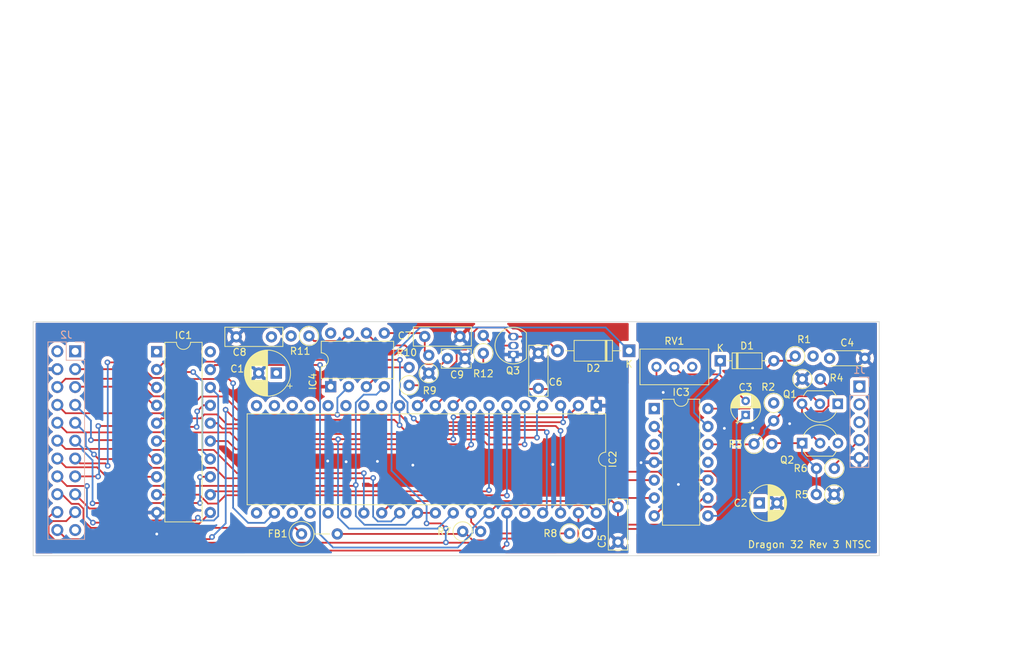
<source format=kicad_pcb>
(kicad_pcb (version 20221018) (generator pcbnew)
  (layers (0 "F.Cu" signal) (1 "In1.Cu" signal) (2 "In2.Cu" signal) (31 "B.Cu" signal) (34 "B.Paste" user) (35 "F.Paste" user) (36 "B.SilkS" user "B.Silkscreen") (37 "F.SilkS" user "F.Silkscreen") (38 "B.Mask" user) (39 "F.Mask" user) (44 "Edge.Cuts" user))
  (net 0 "")
  (net 1 "+5V")
  (net 2 "GND")
  (net 3 "/D0")
  (net 4 "DO0")
  (net 5 "DO1")
  (net 6 "/D1")
  (net 7 "/D2")
  (net 8 "DO2")
  (net 9 "DO3")
  (net 10 "/D3")
  (net 11 "~{RAS0}")
  (net 12 "/D4")
  (net 13 "DO4")
  (net 14 "DO5")
  (net 15 "/D5")
  (net 16 "/D6")
  (net 17 "DO6")
  (net 18 "DO7")
  (net 19 "/D7")
  (net 20 "CHB")
  (net 21 "phiB")
  (net 22 "phiA")
  (net 23 "~{FS}")
  (net 32 "DA0")
  (net 37 "GM2")
  (net 38 "LUM")
  (net 39 "GM1")
  (net 40 "GM0")
  (net 41 "VCLK")
  (net 42 "~{A}{slash}G")
  (net 44 "~{HS}")
  (net 45 "CSS")
  (net 48 "Net-(IC3-ChrIn)")
  (net 49 "VID OUT")
  (net 50 "BIAS")
  (net 52 "-5V")
  (net 53 "Net-(IC3-ChrMod)")
  (net 54 "Net-(C3-Pad2)")
  (net 55 "Net-(D1-K)")
  (net 56 "Net-(D1-A)")
  (net 57 "Composite")
  (net 58 "Net-(Q1-C)")
  (net 59 "Net-(Q2-E)")
  (net 60 "Net-(IC2-CLK)")
  (net 62 "Net-(IC3-OSC)")
  (net 63 "Net-(J2-Pin_18)")
  (net 65 "Net-(IC4-CV)")
  (net 66 "Net-(IC4-DIS)")
  (net 67 "Net-(D2-A)")
  (net 68 "Net-(IC4-Q)")
  (net 69 "Net-(Q3-C)")
  (footprint "Capacitor_THT:C_Rect_L4.0mm_W2.5mm_P2.50mm" (layer "F.Cu") (at 140.1718 104.648)
    (fp_text reference "C9")
    (fp_text value ".001uF")
  )
  (footprint "Diode_THT:D_DO-35_SOD27_P7.62mm_Horizontal" (layer "F.Cu") (at 178.9176 104.9782)
    (fp_text reference "D1")
    (fp_text value "1N3064")
  )
  (footprint "Resistor_THT:R_Axial_DIN0207_L6.3mm_D2.5mm_P2.54mm_Vertical" (layer "F.Cu") (at 195.101 123.9774 180)
    (fp_text reference "R5")
    (fp_text value "470R")
  )
  (footprint "Package_DIP:DIP-14_W7.62mm" (layer "F.Cu") (at 169.545 111.7804)
    (fp_text reference "IC3")
    (fp_text value "MC1372")
  )
  (footprint "Resistor_THT:R_Axial_DIN0207_L6.3mm_D2.5mm_P2.54mm_Vertical" (layer "F.Cu") (at 145.2626 103.9114 90)
    (fp_text reference "R12")
    (fp_text value "1K")
  )
  (footprint "Package_DIP:DIP-8_W7.62mm" (layer "F.Cu") (at 123.581 108.6612 90)
    (fp_text reference "IC4")
    (fp_text value "NE555P")
  )
  (footprint "Resistor_THT:R_Axial_DIN0207_L6.3mm_D2.5mm_P2.54mm_Vertical" (layer "F.Cu") (at 120.5012 101.4476 180)
    (fp_text reference "R11")
    (fp_text value "9.1k")
  )
  (footprint "Capacitor_THT:CP_Radial_D6.3mm_P2.50mm" (layer "F.Cu") (at 115.86338 106.7308 180)
    (fp_text reference "C1")
    (fp_text value "100uF")
  )
  (footprint "Package_TO_SOT_THT:TO-92_Inline" (layer "F.Cu") (at 149.5298 104.0892 90)
    (fp_text reference "Q3")
    (fp_text value "2N3904")
  )
  (footprint "Package_TO_SOT_THT:TO-92_Inline_Wide" (layer "F.Cu") (at 190.5508 116.6876)
    (fp_text reference "Q2")
    (fp_text value "2N4401")
  )
  (footprint "Resistor_THT:R_Axial_DIN0207_L6.3mm_D2.5mm_P2.54mm_Vertical" (layer "F.Cu") (at 189.5602 104.3178)
    (fp_text reference "R1")
    (fp_text value "360R")
  )
  (footprint "Capacitor_THT:CP_Radial_D4.0mm_P2.00mm" (layer "F.Cu") (at 182.5244 112.6818 90)
    (fp_text reference "C3")
    (fp_text value "0.1uF")
  )
  (footprint "Capacitor_THT:C_Disc_D8.0mm_W2.5mm_P5.00mm" (layer "F.Cu") (at 110.1744 101.5746)
    (fp_text reference "C8")
    (fp_text value ".022uF")
  )
  (footprint "Resistor_THT:R_Axial_DIN0207_L6.3mm_D2.5mm_P2.54mm_Vertical" (layer "F.Cu") (at 190.5762 107.569)
    (fp_text reference "R4")
    (fp_text value "3K3")
  )
  (footprint "Package_TO_SOT_THT:TO-92_Inline_Wide" (layer "F.Cu") (at 195.6054 111.0952 180)
    (fp_text reference "Q1")
    (fp_text value "2N4403")
  )
  (footprint "Resistor_THT:R_Axial_DIN0207_L6.3mm_D2.5mm_P2.54mm_Vertical" (layer "F.Cu") (at 195.1264 120.269 180)
    (fp_text reference "R6")
    (fp_text value "75R")
  )
  (footprint "Capacitor_THT:C_Rect_L7.0mm_W2.5mm_P5.00mm" (layer "F.Cu") (at 153.0858 103.9006 -90)
    (fp_text reference "C6")
    (fp_text value "0.1uF")
  )
  (footprint "Resistor_THT:R_Axial_DIN0207_L6.3mm_D2.5mm_P2.54mm_Vertical" (layer "F.Cu") (at 157.5272 129.5146)
    (fp_text reference "R8")
    (fp_text value "10k")
  )
  (footprint "Resistor_THT:R_Axial_DIN0207_L6.3mm_D2.5mm_P2.54mm_Vertical" (layer "F.Cu") (at 134.7216 108.4616 90)
    (fp_text reference "R10")
    (fp_text value "4.7K")
  )
  (footprint "Resistor_THT:R_Axial_DIN0207_L6.3mm_D2.5mm_P2.54mm_Vertical" (layer "F.Cu") (at 186.5122 110.969 -90)
    (fp_text reference "R2")
    (fp_text value "560R")
  )
  (footprint "Capacitor_THT:C_Disc_D4.3mm_W1.9mm_P5.00mm" (layer "F.Cu") (at 194.4516 104.6226)
    (fp_text reference "C4")
    (fp_text value "100nF")
  )
  (footprint "Capacitor_THT:C_Disc_D8.0mm_W2.5mm_P5.00mm" (layer "F.Cu") (at 136.946 101.5238)
    (fp_text reference "C7")
    (fp_text value ".022uF")
  )
  (footprint "Capacitor_THT:CP_Radial_D5.0mm_P2.50mm" (layer "F.Cu") (at 184.4648 125.1966)
    (fp_text reference "C2")
    (fp_text value "10uF")
  )
  (footprint "Resistor_THT:R_Axial_DIN0207_L6.3mm_D2.5mm_P2.54mm_Vertical" (layer "F.Cu") (at 142.338 129.2352)
    (fp_text reference "R7")
    (fp_text value "150R")
  )
  (footprint "Inductor_THT:L_Axial_L7.0mm_D3.3mm_P5.08mm_Vertical_Fastron_MICC" (layer "F.Cu") (at 119.4444 129.5908)
    (fp_text reference "FB1")
    (fp_text value "?uH")
  )
  (footprint "Diode_THT:D_A-405_P10.16mm_Horizontal" (layer "F.Cu") (at 165.9636 103.5558 180)
    (fp_text reference "D2")
    (fp_text value "1KF20-04")
  )
  (footprint "Potentiometer_THT:Potentiometer_Bourns_3296W_Vertical" (layer "F.Cu") (at 174.9398 105.8418)
    (fp_text reference "RV1")
    (fp_text value "1K")
  )
  (footprint "Capacitor_THT:C_Rect_L7.0mm_W2.5mm_P5.00mm" (layer "F.Cu") (at 164.3888 130.7554 90)
    (fp_text reference "C5")
    (fp_text value "150pF")
  )
  (footprint "Package_DIP:DIP-40_W15.24mm" (layer "F.Cu") (at 161.3154 111.3613 -90)
    (fp_text reference "IC2")
    (fp_text value "MC6847")
  )
  (footprint "Resistor_THT:R_Axial_DIN0207_L6.3mm_D2.5mm_P2.54mm_Vertical" (layer "F.Cu") (at 137.5156 106.7344 90)
    (fp_text reference "R9")
    (fp_text value "2.2K")
  )
  (footprint "Resistor_THT:R_Axial_DIN0207_L6.3mm_D2.5mm_P2.54mm_Vertical" (layer "F.Cu") (at 183.7146 116.7892)
    (fp_text reference "R3")
    (fp_text value "3K9")
  )
  (footprint "Package_DIP:DIP-20_W7.62mm" (layer "F.Cu") (at 98.8668 103.6878)
    (fp_text reference "IC1")
    (fp_text value "74LS273N")
  )
  (footprint "Connector_PinHeader_2.54mm:PinHeader_1x05_P2.54mm_Vertical" (layer "B.Cu") (at 198.6788 108.6358 180)
    (fp_text reference "J1")
    (fp_text value "Video Output")
  )
  (footprint "Connector_PinHeader_2.54mm:PinHeader_2x11_P2.54mm_Vertical" (layer "B.Cu") (at 87.2998 103.632 180)
    (fp_text reference "J2")
    (fp_text value "Board Interconnect Male")
  )
  (gr_line (start 201.4982 132.6896) (end 201.4982 99.4156) (stroke (width 0.1)) (layer "Edge.Cuts"))
  (gr_line (start 201.4982 99.4156) (end 81.3308 99.4156) (stroke (width 0.1)) (layer "Edge.Cuts"))
  (gr_line (start 81.3308 99.4156) (end 81.3308 132.6896) (stroke (width 0.1)) (layer "Edge.Cuts"))
  (gr_line (start 81.3308 132.6896) (end 201.4982 132.6896) (stroke (width 0.1)) (layer "Edge.Cuts"))
  (gr_text "Dragon 32 Rev 3 NTSC" (at 182.753 131.6736) (layer "F.SilkS") (effects (font (size 1 1)) (justify left bottom)))
  (segment (start 164.3888 130.7554) (end 164.545 130.9116) (width 0.5) (layer "F.Cu") (net 2))
  (via (at 172.974 122.555) (size 0.8) (drill 0.4) (layers "F.Cu" "B.Cu") (net 2))
  (via (at 155.1432 119.7102) (size 0.8) (drill 0.4) (layers "F.Cu" "B.Cu") (net 2))
  (via (at 188.7728 113.919) (size 0.8) (drill 0.4) (layers "F.Cu" "B.Cu") (net 2))
  (via (at 170.815 109.474) (size 0.8) (drill 0.4) (layers "F.Cu" "B.Cu") (net 2))
  (via (at 123.1646 119.2276) (size 0.8) (drill 0.4) (layers "F.Cu" "B.Cu") (net 2))
  (via (at 135.255 119.8118) (size 0.8) (drill 0.4) (layers "F.Cu" "B.Cu") (net 2))
  (via (at 183.515 114.5286) (size 0.8) (drill 0.4) (layers "F.Cu" "B.Cu") (net 2))
  (via (at 98.8822 129.6029) (size 0.8) (drill 0.4) (layers "F.Cu" "B.Cu") (net 2))
  (via (at 167.6654 119.4562) (size 0.8) (drill 0.4) (layers "F.Cu" "B.Cu") (net 2))
  (via (at 179.5018 114.5794) (size 0.8) (drill 0.4) (layers "F.Cu" "B.Cu") (net 2))
  (via (at 130.2258 119.2784) (size 0.8) (drill 0.4) (layers "F.Cu" "B.Cu") (net 2))
  (via (at 125.7808 119.3292) (size 0.8) (drill 0.4) (layers "F.Cu" "B.Cu") (net 2))
  (segment (start 83.3374 106.172) (end 84.7598 106.172) (width 0.5) (layer "B.Cu") (net 2))
  (segment (start 98.8822 129.6029) (end 89.8277 129.6029) (width 0.5) (layer "B.Cu") (net 2))
  (segment (start 98.8668 127.9752) (end 98.8668 126.5478) (width 0.5) (layer "B.Cu") (net 2))
  (segment (start 82.931 129.8448) (end 82.931 106.5784) (width 0.5) (layer "B.Cu") (net 2))
  (segment (start 98.8822 127.9906) (end 98.8668 127.9752) (width 0.5) (layer "B.Cu") (net 2))
  (segment (start 89.8277 129.6029) (end 88.519 130.9116) (width 0.5) (layer "B.Cu") (net 2))
  (segment (start 82.931 106.5784) (end 83.3374 106.172) (width 0.5) (layer "B.Cu") (net 2))
  (segment (start 98.8822 129.6029) (end 98.8822 127.9906) (width 0.5) (layer "B.Cu") (net 2))
  (segment (start 88.519 130.9116) (end 83.9978 130.9116) (width 0.5) (layer "B.Cu") (net 2))
  (segment (start 83.9978 130.9116) (end 82.931 129.8448) (width 0.5) (layer "B.Cu") (net 2))
  (segment (start 107.4674 104.8512) (end 107.188 105.1306) (width 0.25) (layer "F.Cu") (net 3))
  (segment (start 99.9918 105.1028) (end 98.8668 106.2278) (width 0.25) (layer "F.Cu") (net 3))
  (segment (start 133.4262 104.8512) (end 107.4674 104.8512) (width 0.25) (layer "F.Cu") (net 3))
  (segment (start 156.596 113.7164) (end 135.9083 113.7164) (width 0.25) (layer "F.Cu") (net 3))
  (segment (start 107.188 105.1306) (end 107.1602 105.1028) (width 0.25) (layer "F.Cu") (net 3))
  (segment (start 107.1602 105.1028) (end 99.9918 105.1028) (width 0.25) (layer "F.Cu") (net 3))
  (segment (start 135.9083 113.7164) (end 135.382 113.1901) (width 0.25) (layer "F.Cu") (net 3))
  (via (at 156.596 113.7164) (size 0.8) (drill 0.4) (layers "F.Cu" "B.Cu") (net 3))
  (via (at 133.4262 104.8512) (size 0.8) (drill 0.4) (layers "F.Cu" "B.Cu") (net 3))
  (via (at 135.382 113.1824) (size 0.8) (drill 0.4) (layers "F.Cu" "B.Cu") (net 3))
  (segment (start 134.5004 112.3008) (end 135.382 113.1824) (width 0.25) (layer "B.Cu") (net 3))
  (segment (start 134.5004 110.895309) (end 134.5004 112.3008) (width 0.25) (layer "B.Cu") (net 3))
  (segment (start 156.596 111.7219) (end 156.2354 111.3613) (width 0.25) (layer "B.Cu") (net 3))
  (segment (start 133.4262 104.8512) (end 133.4262 109.821109) (width 0.25) (layer "B.Cu") (net 3))
  (segment (start 156.596 113.7164) (end 156.596 111.7219) (width 0.25) (layer "B.Cu") (net 3))
  (segment (start 133.4262 109.821109) (end 134.5004 110.895309) (width 0.25) (layer "B.Cu") (net 3))
  (segment (start 98.3792 108.7678) (end 98.8668 108.7678) (width 0.25) (layer "F.Cu") (net 4))
  (segment (start 87.2998 106.172) (end 95.7834 106.172) (width 0.25) (layer "F.Cu") (net 4))
  (segment (start 95.7834 106.172) (end 98.3792 108.7678) (width 0.25) (layer "F.Cu") (net 4))
  (segment (start 87.3506 108.6612) (end 87.2998 108.712) (width 0.25) (layer "F.Cu") (net 5))
  (segment (start 95.8342 108.6612) (end 87.3506 108.6612) (width 0.25) (layer "F.Cu") (net 5))
  (segment (start 98.4808 111.3078) (end 95.8342 108.6612) (width 0.25) (layer "F.Cu") (net 5))
  (segment (start 98.8668 111.3078) (end 98.4808 111.3078) (width 0.25) (layer "F.Cu") (net 5))
  (segment (start 145.7314 115.3784) (end 112.4828 115.3784) (width 0.25) (layer "F.Cu") (net 6))
  (segment (start 99.5576 113.157) (end 98.8668 113.8478) (width 0.25) (layer "F.Cu") (net 6))
  (segment (start 152.8876 115.904076) (end 146.257076 115.904076) (width 0.25) (layer "F.Cu") (net 6))
  (segment (start 105.664 112.5982) (end 105.1052 113.157) (width 0.25) (layer "F.Cu") (net 6))
  (segment (start 107.4166 112.5982) (end 105.664 112.5982) (width 0.25) (layer "F.Cu") (net 6))
  (segment (start 146.257076 115.904076) (end 145.7314 115.3784) (width 0.25) (layer "F.Cu") (net 6))
  (segment (start 105.1052 113.157) (end 99.5576 113.157) (width 0.25) (layer "F.Cu") (net 6))
  (segment (start 112.4828 115.3784) (end 111.0996 113.9952) (width 0.25) (layer "F.Cu") (net 6))
  (segment (start 108.8136 113.9952) (end 107.4166 112.5982) (width 0.25) (layer "F.Cu") (net 6))
  (segment (start 111.0996 113.9952) (end 108.8136 113.9952) (width 0.25) (layer "F.Cu") (net 6))
  (via (at 152.8876 115.904076) (size 0.8) (drill 0.4) (layers "F.Cu" "B.Cu") (net 6))
  (segment (start 153.6954 111.3613) (end 152.8876 112.1691) (width 0.25) (layer "B.Cu") (net 6))
  (segment (start 152.8876 112.1691) (end 152.8876 115.904076) (width 0.25) (layer "B.Cu") (net 6))
  (segment (start 109.2708 115.1636) (end 101.4984 115.1636) (width 0.25) (layer "F.Cu") (net 7))
  (segment (start 145.1102 116.1542) (end 142.6718 116.1542) (width 0.25) (layer "F.Cu") (net 7))
  (segment (start 145.8214 116.8654) (end 145.1102 116.1542) (width 0.25) (layer "F.Cu") (net 7))
  (segment (start 110.9544 116.8472) (end 109.2708 115.1636) (width 0.25) (layer "F.Cu") (net 7))
  (segment (start 142.6718 116.1542) (end 141.9788 116.8472) (width 0.25) (layer "F.Cu") (net 7))
  (segment (start 101.4984 115.1636) (end 100.2742 116.3878) (width 0.25) (layer "F.Cu") (net 7))
  (segment (start 141.9788 116.8472) (end 110.9544 116.8472) (width 0.25) (layer "F.Cu") (net 7))
  (segment (start 151.13 116.8654) (end 145.8214 116.8654) (width 0.25) (layer "F.Cu") (net 7))
  (segment (start 100.2742 116.3878) (end 98.8668 116.3878) (width 0.25) (layer "F.Cu") (net 7))
  (via (at 151.13 116.8654) (size 0.8) (drill 0.4) (layers "F.Cu" "B.Cu") (net 7))
  (segment (start 151.1554 116.84) (end 151.1554 111.3613) (width 0.25) (layer "B.Cu") (net 7))
  (segment (start 151.13 116.8654) (end 151.1554 116.84) (width 0.25) (layer "B.Cu") (net 7))
  (segment (start 98.8668 118.9278) (end 98.3538 118.9278) (width 0.25) (layer "F.Cu") (net 8))
  (segment (start 98.3538 118.9278) (end 95.6818 116.2558) (width 0.25) (layer "F.Cu") (net 8))
  (segment (start 95.6818 116.2558) (end 89.535 116.2558) (width 0.25) (layer "F.Cu") (net 8))
  (via (at 89.535 116.2558) (size 0.8) (drill 0.4) (layers "F.Cu" "B.Cu") (net 8))
  (segment (start 89.535 113.4872) (end 87.2998 111.252) (width 0.25) (layer "B.Cu") (net 8))
  (segment (start 89.535 116.2558) (end 89.535 113.4872) (width 0.25) (layer "B.Cu") (net 8))
  (segment (start 90.6272 118.9482) (end 94.6912 118.9482) (width 0.25) (layer "F.Cu") (net 9))
  (segment (start 89.9668 118.2878) (end 90.6272 118.9482) (width 0.25) (layer "F.Cu") (net 9))
  (segment (start 94.6912 118.9482) (end 97.2108 121.4678) (width 0.25) (layer "F.Cu") (net 9))
  (segment (start 97.2108 121.4678) (end 98.8668 121.4678) (width 0.25) (layer "F.Cu") (net 9))
  (via (at 89.9668 118.2878) (size 0.8) (drill 0.4) (layers "F.Cu" "B.Cu") (net 9))
  (segment (start 89.9668 118.2878) (end 88.81 117.131) (width 0.25) (layer "B.Cu") (net 9))
  (segment (start 88.81 117.131) (end 88.81 115.3022) (width 0.25) (layer "B.Cu") (net 9))
  (segment (start 88.81 115.3022) (end 87.2998 113.792) (width 0.25) (layer "B.Cu") (net 9))
  (segment (start 108.6474 124.0928) (end 148.5707 124.0928) (width 0.25) (layer "F.Cu") (net 10))
  (segment (start 98.8668 124.0078) (end 104.895809 124.0078) (width 0.25) (layer "F.Cu") (net 10))
  (segment (start 106.160809 125.2728) (end 107.4674 125.2728) (width 0.25) (layer "F.Cu") (net 10))
  (segment (start 104.895809 124.0078) (end 106.160809 125.2728) (width 0.25) (layer "F.Cu") (net 10))
  (segment (start 148.5707 124.0928) (end 148.6204 124.1425) (width 0.25) (layer "F.Cu") (net 10))
  (segment (start 107.4674 125.2728) (end 108.6474 124.0928) (width 0.25) (layer "F.Cu") (net 10))
  (via (at 148.6204 124.1425) (size 0.8) (drill 0.4) (layers "F.Cu" "B.Cu") (net 10))
  (segment (start 148.6154 111.3613) (end 148.6154 124.1375) (width 0.25) (layer "B.Cu") (net 10))
  (segment (start 148.6154 124.1375) (end 148.6204 124.1425) (width 0.25) (layer "B.Cu") (net 10))
  (segment (start 92.613705 127.986301) (end 92.752204 128.1248) (width 0.25) (layer "F.Cu") (net 11))
  (segment (start 86.1248 122.777) (end 84.7598 121.412) (width 0.25) (layer "F.Cu") (net 11))
  (segment (start 92.752204 128.1248) (end 104.9098 128.1248) (width 0.25) (layer "F.Cu") (net 11))
  (segment (start 88.9696 122.777) (end 86.1248 122.777) (width 0.25) (layer "F.Cu") (net 11))
  (segment (start 104.9098 128.1248) (end 106.4868 126.5478) (width 0.25) (layer "F.Cu") (net 11))
  (segment (start 89.818699 127.986301) (end 92.613705 127.986301) (width 0.25) (layer "F.Cu") (net 11))
  (via (at 89.818699 127.986301) (size 0.8) (drill 0.4) (layers "F.Cu" "B.Cu") (net 11))
  (via (at 88.9696 122.777) (size 0.8) (drill 0.4) (layers "F.Cu" "B.Cu") (net 11))
  (segment (start 89.818699 127.986301) (end 88.9696 127.137202) (width 0.25) (layer "B.Cu") (net 11))
  (segment (start 88.9696 127.137202) (end 88.9696 122.777) (width 0.25) (layer "B.Cu") (net 11))
  (segment (start 106.9606 123.534) (end 106.4868 124.0078) (width 0.25) (layer "F.Cu") (net 12))
  (segment (start 146.0754 123.3678) (end 145.9092 123.534) (width 0.25) (layer "F.Cu") (net 12))
  (segment (start 145.9092 123.534) (end 106.9606 123.534) (width 0.25) (layer "F.Cu") (net 12))
  (via (at 146.0754 123.3678) (size 0.8) (drill 0.4) (layers "F.Cu" "B.Cu") (net 12))
  (segment (start 146.0754 123.3678) (end 146.0754 111.3613) (width 0.25) (layer "B.Cu") (net 12))
  (segment (start 89.8144 125.1966) (end 89.7636 125.2474) (width 0.25) (layer "F.Cu") (net 13))
  (segment (start 106.4868 121.4678) (end 105.0748 121.4678) (width 0.25) (layer "F.Cu") (net 13))
  (segment (start 105.029 125.1966) (end 89.8144 125.1966) (width 0.25) (layer "F.Cu") (net 13))
  (segment (start 105.0748 121.4678) (end 105.029 121.5136) (width 0.25) (layer "F.Cu") (net 13))
  (via (at 89.7636 125.2474) (size 0.8) (drill 0.4) (layers "F.Cu" "B.Cu") (net 13))
  (via (at 105.029 125.1966) (size 0.8) (drill 0.4) (layers "F.Cu" "B.Cu") (net 13))
  (via (at 105.029 121.5136) (size 0.8) (drill 0.4) (layers "F.Cu" "B.Cu") (net 13))
  (segment (start 88.36 117.3922) (end 87.2998 116.332) (width 0.25) (layer "B.Cu") (net 13))
  (segment (start 89.7636 125.2474) (end 89.7636 119.126) (width 0.25) (layer "B.Cu") (net 13))
  (segment (start 89.7636 119.126) (end 88.36 117.7224) (width 0.25) (layer "B.Cu") (net 13))
  (segment (start 105.029 121.5136) (end 105.029 125.1966) (width 0.25) (layer "B.Cu") (net 13))
  (segment (start 88.36 117.7224) (end 88.36 117.3922) (width 0.25) (layer "B.Cu") (net 13))
  (segment (start 96.0882 105.2068) (end 98.298 107.4166) (width 0.25) (layer "F.Cu") (net 14))
  (segment (start 91.567 119.5578) (end 91.9226 119.9134) (width 0.25) (layer "F.Cu") (net 14))
  (segment (start 91.8718 105.2068) (end 96.0882 105.2068) (width 0.25) (layer "F.Cu") (net 14))
  (segment (start 87.2998 118.872) (end 87.9856 119.5578) (width 0.25) (layer "F.Cu") (net 14))
  (segment (start 99.6188 107.4166) (end 100.457 106.5784) (width 0.25) (layer "F.Cu") (net 14))
  (segment (start 87.9856 119.5578) (end 91.567 119.5578) (width 0.25) (layer "F.Cu") (net 14))
  (segment (start 98.298 107.4166) (end 99.6188 107.4166) (width 0.25) (layer "F.Cu") (net 14))
  (segment (start 100.457 106.5784) (end 104.0638 106.5784) (width 0.25) (layer "F.Cu") (net 14))
  (via (at 104.0638 106.5784) (size 0.8) (drill 0.4) (layers "F.Cu" "B.Cu") (net 14))
  (via (at 91.8718 105.2068) (size 0.8) (drill 0.4) (layers "F.Cu" "B.Cu") (net 14))
  (via (at 91.9226 119.9134) (size 0.8) (drill 0.4) (layers "F.Cu" "B.Cu") (net 14))
  (segment (start 105.3476 117.7886) (end 106.4868 118.9278) (width 0.25) (layer "B.Cu") (net 14))
  (segment (start 91.9226 119.9134) (end 91.9226 105.2576) (width 0.25) (layer "B.Cu") (net 14))
  (segment (start 91.9226 105.2576) (end 91.8718 105.2068) (width 0.25) (layer "B.Cu") (net 14))
  (segment (start 105.3476 107.8622) (end 105.3476 117.7886) (width 0.25) (layer "B.Cu") (net 14))
  (segment (start 104.0638 106.5784) (end 105.3476 107.8622) (width 0.25) (layer "B.Cu") (net 14))
  (segment (start 110.109 117.5512) (end 142.875 117.5512) (width 0.25) (layer "F.Cu") (net 15))
  (segment (start 142.875 117.5512) (end 143.5354 116.8908) (width 0.25) (layer "F.Cu") (net 15))
  (segment (start 108.9456 116.3878) (end 110.109 117.5512) (width 0.25) (layer "F.Cu") (net 15))
  (segment (start 106.4868 116.3878) (end 108.9456 116.3878) (width 0.25) (layer "F.Cu") (net 15))
  (via (at 143.5354 116.8908) (size 0.8) (drill 0.4) (layers "F.Cu" "B.Cu") (net 15))
  (segment (start 143.5354 111.3613) (end 143.5354 116.8908) (width 0.25) (layer "B.Cu") (net 15))
  (segment (start 141.0258 112.9919) (end 157.1448 112.9919) (width 0.25) (layer "F.Cu") (net 16))
  (segment (start 108.204 114.6048) (end 107.447 113.8478) (width 0.25) (layer "F.Cu") (net 16))
  (segment (start 107.447 113.8478) (end 106.4868 113.8478) (width 0.25) (layer "F.Cu") (net 16))
  (segment (start 110.2868 114.6048) (end 108.204 114.6048) (width 0.25) (layer "F.Cu") (net 16))
  (segment (start 124.6378 116.1222) (end 111.8042 116.1222) (width 0.25) (layer "F.Cu") (net 16))
  (segment (start 124.6378 116.1222) (end 140.9954 116.1222) (width 0.25) (layer "F.Cu") (net 16))
  (segment (start 157.1448 112.9919) (end 158.7754 111.3613) (width 0.25) (layer "F.Cu") (net 16))
  (segment (start 111.8042 116.1222) (end 110.2868 114.6048) (width 0.25) (layer "F.Cu") (net 16))
  (via (at 141.0258 112.9919) (size 0.8) (drill 0.4) (layers "F.Cu" "B.Cu") (net 16))
  (via (at 124.6378 116.1222) (size 0.8) (drill 0.4) (layers "F.Cu" "B.Cu") (net 16))
  (via (at 140.9954 116.1222) (size 0.8) (drill 0.4) (layers "F.Cu" "B.Cu") (net 16))
  (segment (start 124.6378 116.1222) (end 124.6304 116.1296) (width 0.25) (layer "B.Cu") (net 16))
  (segment (start 140.9954 113.0223) (end 141.0258 112.9919) (width 0.25) (layer "B.Cu") (net 16))
  (segment (start 124.6304 127.272) (end 126.1872 128.8288) (width 0.25) (layer "B.Cu") (net 16))
  (segment (start 126.1872 128.8288) (end 138.7679 128.8288) (width 0.25) (layer "B.Cu") (net 16))
  (segment (start 138.7679 128.8288) (end 140.9954 126.6013) (width 0.25) (layer "B.Cu") (net 16))
  (segment (start 140.9954 116.1222) (end 140.9954 113.0223) (width 0.25) (layer "B.Cu") (net 16))
  (segment (start 124.6304 116.1296) (end 124.6304 127.272) (width 0.25) (layer "B.Cu") (net 16))
  (segment (start 97.0788 114.2492) (end 97.9678 115.1382) (width 0.25) (layer "F.Cu") (net 17))
  (segment (start 100.713896 114.3762) (end 104.5464 114.3762) (width 0.25) (layer "F.Cu") (net 17))
  (segment (start 90.5256 121.412) (end 87.2998 121.412) (width 0.25) (layer "F.Cu") (net 17))
  (segment (start 90.5764 114.2492) (end 97.0788 114.2492) (width 0.25) (layer "F.Cu") (net 17))
  (segment (start 105.4812 111.3078) (end 104.6226 112.1664) (width 0.25) (layer "F.Cu") (net 17))
  (segment (start 106.4868 111.3078) (end 105.4812 111.3078) (width 0.25) (layer "F.Cu") (net 17))
  (segment (start 99.951896 115.1382) (end 100.713896 114.3762) (width 0.25) (layer "F.Cu") (net 17))
  (segment (start 90.551 121.4374) (end 90.5256 121.412) (width 0.25) (layer "F.Cu") (net 17))
  (segment (start 97.9678 115.1382) (end 99.951896 115.1382) (width 0.25) (layer "F.Cu") (net 17))
  (via (at 90.551 121.4374) (size 0.8) (drill 0.4) (layers "F.Cu" "B.Cu") (net 17))
  (via (at 90.5764 114.2492) (size 0.8) (drill 0.4) (layers "F.Cu" "B.Cu") (net 17))
  (via (at 104.5464 114.3762) (size 0.8) (drill 0.4) (layers "F.Cu" "B.Cu") (net 17))
  (via (at 104.6226 112.1664) (size 0.8) (drill 0.4) (layers "F.Cu" "B.Cu") (net 17))
  (segment (start 90.5764 114.2492) (end 90.6918 114.3646) (width 0.25) (layer "B.Cu") (net 17))
  (segment (start 104.6226 112.1664) (end 104.6226 114.3) (width 0.25) (layer "B.Cu") (net 17))
  (segment (start 104.6226 114.3) (end 104.5464 114.3762) (width 0.25) (layer "B.Cu") (net 17))
  (segment (start 90.6918 114.3646) (end 90.6918 121.2966) (width 0.25) (layer "B.Cu") (net 17))
  (segment (start 90.6918 121.2966) (end 90.551 121.4374) (width 0.25) (layer "B.Cu") (net 17))
  (segment (start 91.2506 125.9724) (end 89.3202 125.9724) (width 0.25) (layer "F.Cu") (net 18))
  (segment (start 104.337202 127.6728) (end 92.951 127.6728) (width 0.25) (layer "F.Cu") (net 18))
  (segment (start 92.951 127.6728) (end 91.2506 125.9724) (width 0.25) (layer "F.Cu") (net 18))
  (segment (start 89.3202 125.9724) (end 87.2998 123.952) (width 0.25) (layer "F.Cu") (net 18))
  (segment (start 104.727401 127.282601) (end 104.337202 127.6728) (width 0.25) (layer "F.Cu") (net 18))
  (via (at 104.727401 127.282601) (size 0.8) (drill 0.4) (layers "F.Cu" "B.Cu") (net 18))
  (segment (start 105.1176 127.6728) (end 104.727401 127.282601) (width 0.25) (layer "B.Cu") (net 18))
  (segment (start 106.9978 127.6728) (end 105.1176 127.6728) (width 0.25) (layer "B.Cu") (net 18))
  (segment (start 106.4868 108.7678) (end 107.6118 109.8928) (width 0.25) (layer "B.Cu") (net 18))
  (segment (start 107.6118 127.0588) (end 106.9978 127.6728) (width 0.25) (layer "B.Cu") (net 18))
  (segment (start 107.6118 109.8928) (end 107.6118 127.0588) (width 0.25) (layer "B.Cu") (net 18))
  (segment (start 160.1904 125.4763) (end 161.3154 126.6013) (width 0.25) (layer "F.Cu") (net 19))
  (segment (start 107.134 105.5806) (end 106.4868 106.2278) (width 0.25) (layer "F.Cu") (net 19))
  (segment (start 107.378796 105.5762) (end 107.374396 105.5806) (width 0.25) (layer "F.Cu") (net 19))
  (segment (start 122.0724 105.5762) (end 107.378796 105.5762) (width 0.25) (layer "F.Cu") (net 19))
  (segment (start 146.0754 126.6013) (end 147.2004 125.4763) (width 0.25) (layer "F.Cu") (net 19))
  (segment (start 147.2004 125.4763) (end 160.1904 125.4763) (width 0.25) (layer "F.Cu") (net 19))
  (segment (start 107.374396 105.5806) (end 107.134 105.5806) (width 0.25) (layer "F.Cu") (net 19))
  (via (at 122.0724 105.5762) (size 0.8) (drill 0.4) (layers "F.Cu" "B.Cu") (net 19))
  (segment (start 122.0724 105.5762) (end 122.0724 129.667) (width 0.25) (layer "B.Cu") (net 19))
  (segment (start 141.642991 131.5212) (end 143.753 129.411191) (width 0.25) (layer "B.Cu") (net 19))
  (segment (start 123.9266 131.5212) (end 141.642991 131.5212) (width 0.25) (layer "B.Cu") (net 19))
  (segment (start 143.753 128.7636) (end 145.9153 126.6013) (width 0.25) (layer "B.Cu") (net 19))
  (segment (start 145.9153 126.6013) (end 146.0754 126.6013) (width 0.25) (layer "B.Cu") (net 19))
  (segment (start 143.753 129.411191) (end 143.753 128.7636) (width 0.25) (layer "B.Cu") (net 19))
  (segment (start 122.0724 129.667) (end 123.9266 131.5212) (width 0.25) (layer "B.Cu") (net 19))
  (segment (start 169.545 124.4804) (end 164.5221 124.4804) (width 0.25) (layer "F.Cu") (net 20))
  (segment (start 164.1456 124.1039) (end 164.1456 110.7802) (width 0.25) (layer "F.Cu") (net 20))
  (segment (start 164.5221 124.4804) (end 164.1456 124.1039) (width 0.25) (layer "F.Cu") (net 20))
  (segment (start 162.353 108.9876) (end 143.3691 108.9876) (width 0.25) (layer "F.Cu") (net 20))
  (segment (start 143.3691 108.9876) (end 140.9954 111.3613) (width 0.25) (layer "F.Cu") (net 20))
  (segment (start 164.1456 110.7802) (end 162.353 108.9876) (width 0.25) (layer "F.Cu") (net 20))
  (segment (start 164.8706 121.589) (end 165.222 121.9404) (width 0.25) (layer "F.Cu") (net 21))
  (segment (start 138.4554 111.3613) (end 142.2731 107.5436) (width 0.25) (layer "F.Cu") (net 21))
  (segment (start 162.4838 107.5436) (end 164.8706 109.9304) (width 0.25) (layer "F.Cu") (net 21))
  (segment (start 142.2731 107.5436) (end 162.4838 107.5436) (width 0.25) (layer "F.Cu") (net 21))
  (segment (start 165.222 121.9404) (end 169.545 121.9404) (width 0.25) (layer "F.Cu") (net 21))
  (segment (start 164.8706 109.9304) (end 164.8706 121.589) (width 0.25) (layer "F.Cu") (net 21))
  (segment (start 170.9674 121.5898) (end 170.9674 125.598) (width 0.25) (layer "F.Cu") (net 22))
  (segment (start 170.1292 120.7516) (end 170.9674 121.5898) (width 0.25) (layer "F.Cu") (net 22))
  (segment (start 141.732 106.172) (end 162.7124 106.172) (width 0.25) (layer "F.Cu") (net 22))
  (segment (start 135.9154 111.3613) (end 137.4217 109.855) (width 0.25) (layer "F.Cu") (net 22))
  (segment (start 138.049 109.855) (end 141.732 106.172) (width 0.25) (layer "F.Cu") (net 22))
  (segment (start 137.4217 109.855) (end 138.049 109.855) (width 0.25) (layer "F.Cu") (net 22))
  (segment (start 165.6588 120.7516) (end 170.1292 120.7516) (width 0.25) (layer "F.Cu") (net 22))
  (segment (start 170.9674 125.598) (end 169.545 127.0204) (width 0.25) (layer "F.Cu") (net 22))
  (segment (start 162.7124 106.172) (end 165.5572 109.0168) (width 0.25) (layer "F.Cu") (net 22))
  (segment (start 145.2626 103.9114) (end 145.2626 106.172) (width 0.25) (layer "F.Cu") (net 22))
  (segment (start 165.5572 109.0168) (end 165.5572 120.65) (width 0.25) (layer "F.Cu") (net 22))
  (segment (start 165.5572 120.65) (end 165.6588 120.7516) (width 0.25) (layer "F.Cu") (net 22))
  (segment (start 154.2796 115.1382) (end 153.9494 114.808) (width 0.25) (layer "F.Cu") (net 23))
  (segment (start 106.7308 130.0285) (end 106.4319 130.3274) (width 0.25) (layer "F.Cu") (net 23))
  (segment (start 110.0969 113.3735) (end 108.6612 111.9378) (width 0.25) (layer "F.Cu") (net 23))
  (segment (start 86.0552 130.3274) (end 84.7598 129.032) (width 0.25) (layer "F.Cu") (net 23))
  (segment (start 132.622401 113.3735) (end 110.0969 113.3735) (width 0.25) (layer "F.Cu") (net 23))
  (segment (start 134.056901 114.808) (end 133.371101 114.1222) (width 0.25) (layer "F.Cu") (net 23))
  (segment (start 133.371101 114.1222) (end 132.622401 113.3735) (width 0.25) (layer "F.Cu") (net 23))
  (segment (start 106.4319 130.3274) (end 86.0552 130.3274) (width 0.25) (layer "F.Cu") (net 23))
  (segment (start 153.9494 114.808) (end 134.056901 114.808) (width 0.25) (layer "F.Cu") (net 23))
  (via (at 108.6612 111.9378) (size 0.8) (drill 0.4) (layers "F.Cu" "B.Cu") (net 23))
  (via (at 154.2796 115.1382) (size 0.8) (drill 0.4) (layers "F.Cu" "B.Cu") (net 23))
  (via (at 133.371101 114.1222) (size 0.8) (drill 0.4) (layers "F.Cu" "B.Cu") (net 23))
  (via (at 106.7308 130.0285) (size 0.8) (drill 0.4) (layers "F.Cu" "B.Cu") (net 23))
  (segment (start 133.3754 114.117901) (end 133.3754 111.3613) (width 0.25) (layer "B.Cu") (net 23))
  (segment (start 108.678199 128.081101) (end 106.7308 130.0285) (width 0.25) (layer "B.Cu") (net 23))
  (segment (start 108.678199 111.954799) (end 108.678199 128.081101) (width 0.25) (layer "B.Cu") (net 23))
  (segment (start 133.371101 114.1222) (end 133.3754 114.117901) (width 0.25) (layer "B.Cu") (net 23))
  (segment (start 154.2796 115.1382) (end 154.2796 126.0171) (width 0.25) (layer "B.Cu") (net 23))
  (segment (start 154.2796 126.0171) (end 153.6954 126.6013) (width 0.25) (layer "B.Cu") (net 23))
  (segment (start 108.6612 111.9378) (end 108.678199 111.954799) (width 0.25) (layer "B.Cu") (net 23))
  (segment (start 85.9348 107.537) (end 84.7598 108.712) (width 0.25) (layer "F.Cu") (net 32))
  (segment (start 109.122646 107.569) (end 102.0958 107.569) (width 0.25) (layer "F.Cu") (net 32))
  (segment (start 99.568 110.0328) (end 98.3996 110.0328) (width 0.25) (layer "F.Cu") (net 32))
  (segment (start 102.0958 107.569) (end 102.0638 107.537) (width 0.25) (layer "F.Cu") (net 32))
  (segment (start 98.3996 110.0328) (end 95.9038 107.537) (width 0.25) (layer "F.Cu") (net 32))
  (segment (start 109.728 108.174354) (end 109.122646 107.569) (width 0.25) (layer "F.Cu") (net 32))
  (segment (start 102.0638 107.537) (end 99.568 110.0328) (width 0.25) (layer "F.Cu") (net 32))
  (segment (start 95.9038 107.537) (end 85.9348 107.537) (width 0.25) (layer "F.Cu") (net 32))
  (via (at 109.728 108.174354) (size 0.8) (drill 0.4) (layers "F.Cu" "B.Cu") (net 32))
  (segment (start 111.8616 128.016) (end 114.1807 128.016) (width 0.25) (layer "B.Cu") (net 32))
  (segment (start 114.1807 128.016) (end 115.5954 126.6013) (width 0.25) (layer "B.Cu") (net 32))
  (segment (start 109.728 125.8824) (end 111.8616 128.016) (width 0.25) (layer "B.Cu") (net 32))
  (segment (start 109.728 108.174354) (end 109.728 125.8824) (width 0.25) (layer "B.Cu") (net 32))
  (segment (start 128.2954 120.9548) (end 110.2868 120.9548) (width 0.25) (layer "F.Cu") (net 37))
  (segment (start 106.9848 117.6528) (end 98.0948 117.6528) (width 0.25) (layer "F.Cu") (net 37))
  (segment (start 95.599 115.157) (end 86.1248 115.157) (width 0.25) (layer "F.Cu") (net 37))
  (segment (start 110.2868 120.9548) (end 106.9848 117.6528) (width 0.25) (layer "F.Cu") (net 37))
  (segment (start 98.0948 117.6528) (end 95.599 115.157) (width 0.25) (layer "F.Cu") (net 37))
  (segment (start 86.1248 115.157) (end 84.7598 113.792) (width 0.25) (layer "F.Cu") (net 37))
  (via (at 128.2954 120.9548) (size 0.8) (drill 0.4) (layers "F.Cu" "B.Cu") (net 37))
  (segment (start 128.2954 120.9548) (end 128.2954 126.6013) (width 0.25) (layer "B.Cu") (net 37))
  (segment (start 130.8354 126.6013) (end 132.5195 124.9172) (width 0.25) (layer "F.Cu") (net 38))
  (segment (start 163.5506 124.9172) (end 164.3888 125.7554) (width 0.25) (layer "F.Cu") (net 38))
  (segment (start 172.72 128.27) (end 176.5096 124.4804) (width 0.25) (layer "F.Cu") (net 38))
  (segment (start 164.3888 125.7554) (end 164.3888 127.3556) (width 0.25) (layer "F.Cu") (net 38))
  (segment (start 164.3888 127.3556) (end 165.3032 128.27) (width 0.25) (layer "F.Cu") (net 38))
  (segment (start 176.5096 124.4804) (end 177.165 124.4804) (width 0.25) (layer "F.Cu") (net 38))
  (segment (start 165.3032 128.27) (end 172.72 128.27) (width 0.25) (layer "F.Cu") (net 38))
  (segment (start 132.5195 124.9172) (end 163.5506 124.9172) (width 0.25) (layer "F.Cu") (net 38))
  (segment (start 108.5734 121.6798) (end 107.0864 120.1928) (width 0.25) (layer "F.Cu") (net 39))
  (segment (start 107.0864 120.1928) (end 98.250809 120.1928) (width 0.25) (layer "F.Cu") (net 39))
  (segment (start 129.5703 121.6798) (end 108.5734 121.6798) (width 0.25) (layer "F.Cu") (net 39))
  (segment (start 129.6162 121.6339) (end 129.5703 121.6798) (width 0.25) (layer "F.Cu") (net 39))
  (segment (start 85.9348 117.507) (end 84.7598 116.332) (width 0.25) (layer "F.Cu") (net 39))
  (segment (start 98.250809 120.1928) (end 95.565009 117.507) (width 0.25) (layer "F.Cu") (net 39))
  (segment (start 95.565009 117.507) (end 85.9348 117.507) (width 0.25) (layer "F.Cu") (net 39))
  (via (at 129.6162 121.6339) (size 0.8) (drill 0.4) (layers "F.Cu" "B.Cu") (net 39))
  (segment (start 129.6162 121.6339) (end 129.6162 127.138946) (width 0.25) (layer "B.Cu") (net 39))
  (segment (start 129.6162 127.138946) (end 130.290054 127.8128) (width 0.25) (layer "B.Cu") (net 39))
  (segment (start 130.290054 127.8128) (end 132.1639 127.8128) (width 0.25) (layer "B.Cu") (net 39))
  (segment (start 132.1639 127.8128) (end 133.3754 126.6013) (width 0.25) (layer "B.Cu") (net 39))
  (segment (start 86.0044 120.1166) (end 84.7598 118.872) (width 0.25) (layer "F.Cu") (net 40))
  (segment (start 93.0402 122.7582) (end 90.3986 120.1166) (width 0.25) (layer "F.Cu") (net 40))
  (segment (start 135.9154 126.6013) (end 138.4554 126.6013) (width 0.25) (layer "F.Cu") (net 40))
  (segment (start 127.0254 122.7582) (end 93.0402 122.7582) (width 0.25) (layer "F.Cu") (net 40))
  (segment (start 90.3986 120.1166) (end 86.0044 120.1166) (width 0.25) (layer "F.Cu") (net 40))
  (segment (start 127.1524 122.6312) (end 127.0254 122.7582) (width 0.25) (layer "F.Cu") (net 40))
  (via (at 127.1524 122.6312) (size 0.8) (drill 0.4) (layers "F.Cu" "B.Cu") (net 40))
  (segment (start 128.398509 128.2954) (end 134.2213 128.2954) (width 0.25) (layer "B.Cu") (net 40))
  (segment (start 127.1524 122.6312) (end 127.1524 127.049291) (width 0.25) (layer "B.Cu") (net 40))
  (segment (start 128.279509 109.7862) (end 130.076 109.7862) (width 0.25) (layer "B.Cu") (net 40))
  (segment (start 127.1524 127.049291) (end 128.398509 128.2954) (width 0.25) (layer "B.Cu") (net 40))
  (segment (start 130.076 109.7862) (end 131.201 108.6612) (width 0.25) (layer "B.Cu") (net 40))
  (segment (start 134.2213 128.2954) (end 135.9154 126.6013) (width 0.25) (layer "B.Cu") (net 40))
  (segment (start 127.1524 122.6312) (end 127.1524 110.913309) (width 0.25) (layer "B.Cu") (net 40))
  (segment (start 127.1524 110.913309) (end 128.279509 109.7862) (width 0.25) (layer "B.Cu") (net 40))
  (segment (start 143.7604 130.5052) (end 146.304 130.5052) (width 0.25) (layer "F.Cu") (net 41))
  (segment (start 146.304 130.5052) (end 147.2946 129.5146) (width 0.25) (layer "F.Cu") (net 41))
  (segment (start 124.5244 129.5908) (end 142.846 129.5908) (width 0.25) (layer "F.Cu") (net 41))
  (segment (start 147.2946 129.5146) (end 157.5272 129.5146) (width 0.25) (layer "F.Cu") (net 41))
  (segment (start 142.846 129.5908) (end 143.7604 130.5052) (width 0.25) (layer "F.Cu") (net 41))
  (segment (start 82.804 129.9972) (end 82.804 127.9652) (width 0.25) (layer "F.Cu") (net 42))
  (segment (start 84.7598 131.953) (end 82.804 129.9972) (width 0.25) (layer "F.Cu") (net 42))
  (segment (start 148.59 131.0132) (end 147.6502 131.953) (width 0.25) (layer "F.Cu") (net 42))
  (segment (start 84.2772 126.492) (end 84.7598 126.492) (width 0.25) (layer "F.Cu") (net 42))
  (segment (start 82.804 127.9652) (end 84.2772 126.492) (width 0.25) (layer "F.Cu") (net 42))
  (segment (start 147.6502 131.953) (end 84.7598 131.953) (width 0.25) (layer "F.Cu") (net 42))
  (via (at 148.59 131.0132) (size 0.8) (drill 0.4) (layers "F.Cu" "B.Cu") (net 42))
  (segment (start 148.59 131.0132) (end 148.6154 130.9878) (width 0.25) (layer "B.Cu") (net 42))
  (segment (start 148.6154 130.9878) (end 148.6154 126.6013) (width 0.25) (layer "B.Cu") (net 42))
  (segment (start 124.5362 112.649) (end 111.0742 112.649) (width 0.25) (layer "F.Cu") (net 44))
  (segment (start 156.2354 114.935) (end 155.5496 114.2492) (width 0.25) (layer "F.Cu") (net 44))
  (segment (start 155.5496 114.2492) (end 135.001 114.2492) (width 0.25) (layer "F.Cu") (net 44))
  (segment (start 85.9406 112.4328) (end 84.7598 111.252) (width 0.25) (layer "F.Cu") (net 44))
  (segment (start 111.0742 112.649) (end 108.4834 110.0582) (width 0.25) (layer "F.Cu") (net 44))
  (segment (start 135.001 114.2492) (end 133.4008 112.649) (width 0.25) (layer "F.Cu") (net 44))
  (segment (start 105.1814 110.0582) (end 102.8068 112.4328) (width 0.25) (layer "F.Cu") (net 44))
  (segment (start 102.8068 112.4328) (end 85.9406 112.4328) (width 0.25) (layer "F.Cu") (net 44))
  (segment (start 133.4008 112.649) (end 124.5362 112.649) (width 0.25) (layer "F.Cu") (net 44))
  (segment (start 108.4834 110.0582) (end 105.1814 110.0582) (width 0.25) (layer "F.Cu") (net 44))
  (via (at 124.5362 112.649) (size 0.8) (drill 0.4) (layers "F.Cu" "B.Cu") (net 44))
  (via (at 156.2354 114.935) (size 0.8) (drill 0.4) (layers "F.Cu" "B.Cu") (net 44))
  (segment (start 126.121 108.6612) (end 124.5362 110.246) (width 0.25) (layer "B.Cu") (net 44))
  (segment (start 124.5362 110.246) (end 124.5362 112.649) (width 0.25) (layer "B.Cu") (net 44))
  (segment (start 156.2354 114.935) (end 156.2354 126.6013) (width 0.25) (layer "B.Cu") (net 44))
  (segment (start 137.2108 128.0922) (end 139.2174 128.0922) (width 0.25) (layer "F.Cu") (net 45))
  (segment (start 143.574004 130.9552) (end 147.2256 130.9552) (width 0.25) (layer "F.Cu") (net 45))
  (segment (start 86.0298 127.762) (end 84.0994 127.762) (width 0.25) (layer "F.Cu") (net 45))
  (segment (start 84.0994 127.762) (end 83.5152 128.3462) (width 0.25) (layer "F.Cu") (net 45))
  (segment (start 84.7852 130.8354) (end 143.454204 130.8354) (width 0.25) (layer "F.Cu") (net 45))
  (segment (start 83.5152 128.3462) (end 83.5152 129.5654) (width 0.25) (layer "F.Cu") (net 45))
  (segment (start 158.0388 130.9878) (end 158.7754 130.2512) (width 0.25) (layer "F.Cu") (net 45))
  (segment (start 150.148705 130.9878) (end 158.0388 130.9878) (width 0.25) (layer "F.Cu") (net 45))
  (segment (start 149.412105 130.2512) (end 150.148705 130.9878) (width 0.25) (layer "F.Cu") (net 45))
  (segment (start 143.454204 130.8354) (end 143.574004 130.9552) (width 0.25) (layer "F.Cu") (net 45))
  (segment (start 139.2174 128.0922) (end 139.9286 128.8034) (width 0.25) (layer "F.Cu") (net 45))
  (segment (start 147.2256 130.9552) (end 147.9296 130.2512) (width 0.25) (layer "F.Cu") (net 45))
  (segment (start 147.9296 130.2512) (end 149.412105 130.2512) (width 0.25) (layer "F.Cu") (net 45))
  (segment (start 158.7754 130.2512) (end 158.7754 126.6013) (width 0.25) (layer "F.Cu") (net 45))
  (segment (start 87.2998 126.492) (end 86.0298 127.762) (width 0.25) (layer "F.Cu") (net 45))
  (segment (start 83.5152 129.5654) (end 84.7852 130.8354) (width 0.25) (layer "F.Cu") (net 45))
  (via (at 139.9286 128.8034) (size 0.8) (drill 0.4) (layers "F.Cu" "B.Cu") (net 45))
  (via (at 137.2108 128.0922) (size 0.8) (drill 0.4) (layers "F.Cu" "B.Cu") (net 45))
  (via (at 139.954 130.7962) (size 0.8) (drill 0.4) (layers "F.Cu" "B.Cu") (net 45))
  (segment (start 132.326 110.9298) (end 132.2324 111.0234) (width 0.25) (layer "B.Cu") (net 45))
  (segment (start 139.9286 128.8034) (end 139.9286 130.7708) (width 0.25) (layer "B.Cu") (net 45))
  (segment (start 132.2324 120.5992) (end 137.2108 125.5776) (width 0.25) (layer "B.Cu") (net 45))
  (segment (start 132.326 104.2242) (end 132.326 110.9298) (width 0.25) (layer "B.Cu") (net 45))
  (segment (start 165.9636 103.5558) (end 162.6542 100.2464) (width 0.25) (layer "B.Cu") (net 45))
  (segment (start 132.2324 111.0234) (end 132.2324 120.5992) (width 0.25) (layer "B.Cu") (net 45))
  (segment (start 137.2108 125.5776) (end 137.2108 128.0922) (width 0.25) (layer "B.Cu") (net 45))
  (segment (start 136.3038 100.2464) (end 132.326 104.2242) (width 0.25) (layer "B.Cu") (net 45))
  (segment (start 162.6542 100.2464) (end 136.3038 100.2464) (width 0.25) (layer "B.Cu") (net 45))
  (segment (start 139.9286 130.7708) (end 139.954 130.7962) (width 0.25) (layer "B.Cu") (net 45))
  (segment (start 168.0972 109.1438) (end 168.0972 117.315495) (width 0.25) (layer "F.Cu") (net 48))
  (segment (start 172.1104 118.1354) (end 175.9154 121.9404) (width 0.25) (layer "F.Cu") (net 48))
  (segment (start 169.8598 107.3812) (end 168.0972 109.1438) (width 0.25) (layer "F.Cu") (net 48))
  (segment (start 175.9154 121.9404) (end 177.165 121.9404) (width 0.25) (layer "F.Cu") (net 48))
  (segment (start 169.8598 105.8418) (end 169.8598 107.3812) (width 0.25) (layer "F.Cu") (net 48))
  (segment (start 168.0972 117.315495) (end 168.917105 118.1354) (width 0.25) (layer "F.Cu") (net 48))
  (segment (start 168.917105 118.1354) (end 172.1104 118.1354) (width 0.25) (layer "F.Cu") (net 48))
  (segment (start 198.6788 116.2558) (end 195.1264 119.8082) (width 0.25) (layer "F.Cu") (net 49))
  (segment (start 195.1264 119.8082) (end 195.1264 120.269) (width 0.25) (layer "F.Cu") (net 49))
  (segment (start 181.229 113.9772) (end 181.229 124.46) (width 0.25) (layer "B.Cu") (net 53))
  (segment (start 182.5244 112.6818) (end 181.229 113.9772) (width 0.25) (layer "B.Cu") (net 53))
  (segment (start 181.229 124.46) (end 178.6686 127.0204) (width 0.25) (layer "B.Cu") (net 53))
  (segment (start 178.6686 127.0204) (end 177.165 127.0204) (width 0.25) (layer "B.Cu") (net 53))
  (segment (start 173.4666 106.9086) (end 178.7512 106.9086) (width 0.25) (layer "F.Cu") (net 54))
  (segment (start 172.3998 105.8418) (end 173.4666 106.9086) (width 0.25) (layer "F.Cu") (net 54))
  (segment (start 178.7512 106.9086) (end 182.5244 110.6818) (width 0.25) (layer "F.Cu") (net 54))
  (segment (start 175.2092 112.3646) (end 177.165 114.3204) (width 0.25) (layer "B.Cu") (net 55))
  (segment (start 178.9176 106.7308) (end 175.2092 110.4392) (width 0.25) (layer "B.Cu") (net 55))
  (segment (start 175.2092 110.4392) (end 175.2092 112.3646) (width 0.25) (layer "B.Cu") (net 55))
  (segment (start 178.9176 104.9782) (end 178.9176 106.7308) (width 0.25) (layer "B.Cu") (net 55))
  (segment (start 181.5994 111.7804) (end 181.623 111.7568) (width 0.25) (layer "F.Cu") (net 56))
  (segment (start 183.0864 111.7568) (end 184.4802 110.363) (width 0.25) (layer "F.Cu") (net 56))
  (segment (start 177.165 111.7804) (end 181.5994 111.7804) (width 0.25) (layer "F.Cu") (net 56))
  (segment (start 188.8998 104.9782) (end 189.5602 104.3178) (width 0.25) (layer "F.Cu") (net 56))
  (segment (start 184.4802 107.0356) (end 186.5376 104.9782) (width 0.25) (layer "F.Cu") (net 56))
  (segment (start 186.5376 104.9782) (end 188.8998 104.9782) (width 0.25) (layer "F.Cu") (net 56))
  (segment (start 184.4802 110.363) (end 184.4802 107.0356) (width 0.25) (layer "F.Cu") (net 56))
  (segment (start 181.623 111.7568) (end 183.0864 111.7568) (width 0.25) (layer "F.Cu") (net 56))
  (segment (start 191.9904 110.0202) (end 193.0654 111.0952) (width 0.25) (layer "F.Cu") (net 57))
  (segment (start 190.001 110.0202) (end 191.9904 110.0202) (width 0.25) (layer "F.Cu") (net 57))
  (segment (start 183.6434 116.8604) (end 183.7146 116.7892) (width 0.25) (layer "F.Cu") (net 57))
  (segment (start 186.5122 113.509) (end 190.001 110.0202) (width 0.25) (layer "F.Cu") (net 57))
  (segment (start 177.165 116.8604) (end 183.6434 116.8604) (width 0.25) (layer "F.Cu") (net 57))
  (segment (start 185.1586 114.8626) (end 186.5122 113.509) (width 0.25) (layer "B.Cu") (net 57))
  (segment (start 185.1586 115.3452) (end 185.1586 114.8626) (width 0.25) (layer "B.Cu") (net 57))
  (segment (start 183.7146 116.7892) (end 185.1586 115.3452) (width 0.25) (layer "B.Cu") (net 57))
  (segment (start 194.2846 108.7374) (end 194.2846 111.39628) (width 0.25) (layer "F.Cu") (net 58))
  (segment (start 193.1162 107.569) (end 194.2846 108.7374) (width 0.25) (layer "F.Cu") (net 58))
  (segment (start 190.5254 111.0952) (end 190.5254 114.1222) (width 0.25) (layer "F.Cu") (net 58))
  (segment (start 193.51068 112.1702) (end 191.6004 112.1702) (width 0.25) (layer "F.Cu") (net 58))
  (segment (start 194.2846 111.39628) (end 193.51068 112.1702) (width 0.25) (layer "F.Cu") (net 58))
  (segment (start 191.6004 112.1702) (end 190.5254 111.0952) (width 0.25) (layer "F.Cu") (net 58))
  (segment (start 190.5254 114.1222) (end 193.0908 116.6876) (width 0.25) (layer "F.Cu") (net 58))
  (segment (start 186.3562 116.6876) (end 190.5508 116.6876) (width 0.25) (layer "F.Cu") (net 59))
  (segment (start 186.2546 116.7892) (end 186.3562 116.6876) (width 0.25) (layer "F.Cu") (net 59))
  (segment (start 192.5864 123.952) (end 192.5864 120.269) (width 0.25) (layer "B.Cu") (net 59))
  (segment (start 192.561 123.9774) (end 192.5864 123.952) (width 0.25) (layer "B.Cu") (net 59))
  (segment (start 190.5254 118.208) (end 190.5254 116.713) (width 0.25) (layer "B.Cu") (net 59))
  (segment (start 192.5864 120.269) (end 190.5254 118.208) (width 0.25) (layer "B.Cu") (net 59))
  (segment (start 190.5254 116.713) (end 190.5508 116.6876) (width 0.25) (layer "B.Cu") (net 59))
  (segment (start 144.878 129.2352) (end 143.5354 127.8926) (width 0.25) (layer "F.Cu") (net 60))
  (segment (start 143.5354 127.8926) (end 143.5354 126.6013) (width 0.25) (layer "F.Cu") (net 60))
  (segment (start 177.8254 125.73) (end 178.5112 125.0442) (width 0.25) (layer "F.Cu") (net 62))
  (segment (start 173.4566 128.8796) (end 176.6062 125.73) (width 0.25) (layer "F.Cu") (net 62))
  (segment (start 160.0672 129.5146) (end 160.7022 128.8796) (width 0.25) (layer "F.Cu") (net 62))
  (segment (start 175.9 120.6754) (end 169.545 114.3204) (width 0.25) (layer "F.Cu") (net 62))
  (segment (start 177.6476 120.6754) (end 175.9 120.6754) (width 0.25) (layer "F.Cu") (net 62))
  (segment (start 178.5112 125.0442) (end 178.5112 121.539) (width 0.25) (layer "F.Cu") (net 62))
  (segment (start 178.5112 121.539) (end 177.6476 120.6754) (width 0.25) (layer "F.Cu") (net 62))
  (segment (start 176.6062 125.73) (end 177.8254 125.73) (width 0.25) (layer "F.Cu") (net 62))
  (segment (start 160.7022 128.8796) (end 173.4566 128.8796) (width 0.25) (layer "F.Cu") (net 62))
  (segment (start 89.535 128.7272) (end 118.5808 128.7272) (width 0.25) (layer "F.Cu") (net 63))
  (segment (start 88.4748 126.005299) (end 88.4748 127.667) (width 0.25) (layer "F.Cu") (net 63))
  (segment (start 88.4748 127.667) (end 89.535 128.7272) (width 0.25) (layer "F.Cu") (net 63))
  (segment (start 118.5808 128.7272) (end 119.4444 129.5908) (width 0.25) (layer "F.Cu") (net 63))
  (segment (start 87.786501 125.317) (end 88.4748 126.005299) (width 0.25) (layer "F.Cu") (net 63))
  (segment (start 84.7598 123.952) (end 85.4202 123.952) (width 0.25) (layer "F.Cu") (net 63))
  (segment (start 86.7852 125.317) (end 87.786501 125.317) (width 0.25) (layer "F.Cu") (net 63))
  (segment (start 85.4202 123.952) (end 86.7852 125.317) (width 0.25) (layer "F.Cu") (net 63))
  (segment (start 131.201 101.0412) (end 136.4634 101.0412) (width 0.25) (layer "F.Cu") (net 65))
  (segment (start 136.946 103.6248) (end 137.5156 104.1944) (width 0.25) (layer "F.Cu") (net 65))
  (segment (start 136.946 101.5238) (end 136.946 103.6248) (width 0.25) (layer "F.Cu") (net 65))
  (segment (start 136.4634 101.0412) (end 136.946 101.5238) (width 0.25) (layer "F.Cu") (net 65))
  (segment (start 136.813609 105.4354) (end 139.3844 105.4354) (width 0.25) (layer "F.Cu") (net 66))
  (segment (start 128.661 101.0412) (end 130.4136 102.7938) (width 0.25) (layer "F.Cu") (net 66))
  (segment (start 121.2198 102.1662) (end 120.5012 101.4476) (width 0.25) (layer "F.Cu") (net 66))
  (segment (start 124.996 102.1662) (end 121.2198 102.1662) (width 0.25) (layer "F.Cu") (net 66))
  (segment (start 130.4136 102.7938) (end 134.172009 102.7938) (width 0.25) (layer "F.Cu") (net 66))
  (segment (start 126.121 101.0412) (end 124.996 102.1662) (width 0.25) (layer "F.Cu") (net 66))
  (segment (start 134.172009 102.7938) (end 136.813609 105.4354) (width 0.25) (layer "F.Cu") (net 66))
  (segment (start 139.3844 105.4354) (end 140.1718 104.648) (width 0.25) (layer "F.Cu") (net 66))
  (segment (start 143.9418 100.838) (end 144.5334 100.2464) (width 0.25) (layer "F.Cu") (net 67))
  (segment (start 153.797 101.5492) (end 155.8036 103.5558) (width 0.25) (layer "F.Cu") (net 67))
  (segment (start 138.0708 108.4616) (end 141.478 105.0544) (width 0.25) (layer "F.Cu") (net 67))
  (segment (start 143.9418 102.2604) (end 143.9418 100.838) (width 0.25) (layer "F.Cu") (net 67))
  (segment (start 142.8242 103.378) (end 143.9418 102.2604) (width 0.25) (layer "F.Cu") (net 67))
  (segment (start 148.227 100.2464) (end 149.5298 101.5492) (width 0.25) (layer "F.Cu") (net 67))
  (segment (start 149.5298 101.5492) (end 153.797 101.5492) (width 0.25) (layer "F.Cu") (net 67))
  (segment (start 144.5334 100.2464) (end 148.227 100.2464) (width 0.25) (layer "F.Cu") (net 67))
  (segment (start 141.7066 103.378) (end 142.8242 103.378) (width 0.25) (layer "F.Cu") (net 67))
  (segment (start 134.7216 108.4616) (end 138.0708 108.4616) (width 0.25) (layer "F.Cu") (net 67))
  (segment (start 141.478 105.0544) (end 141.478 103.6066) (width 0.25) (layer "F.Cu") (net 67))
  (segment (start 141.478 103.6066) (end 141.7066 103.378) (width 0.25) (layer "F.Cu") (net 67))
  (segment (start 128.661 108.6612) (end 131.4006 105.9216) (width 0.25) (layer "F.Cu") (net 68))
  (segment (start 131.4006 105.9216) (end 134.7216 105.9216) (width 0.25) (layer "F.Cu") (net 68))
  (segment (start 146.7104 102.8192) (end 149.5298 102.8192) (width 0.25) (layer "F.Cu") (net 69))
  (segment (start 145.2626 101.3714) (end 146.7104 102.8192) (width 0.25) (layer "F.Cu") (net 69))
  (zone (net 2) (net_name "GND") (layers "F&B.Cu") (priority 1) (connect_pads (clearance 0.5)) (min_thickness 0.25) (fill yes (thermal_gap 0.5) (thermal_bridge_width 0.5))
    (polygon (pts (xy 167.005 99.568) (xy 201.167826 99.568) (xy 201.165274 132.334) (xy 167.005 132.334)))
  )
  (zone (net 2) (net_name "GND") (layers "F&B.Cu") (connect_pads (clearance 0.5)) (min_thickness 0.25) (fill yes (thermal_gap 0.5) (thermal_bridge_width 0.5))
    (polygon (pts (xy 165.911311 99.606748) (xy 165.884481 132.334) (xy 81.6864 132.36116) (xy 81.6864 99.581071)))
  )
)
</source>
